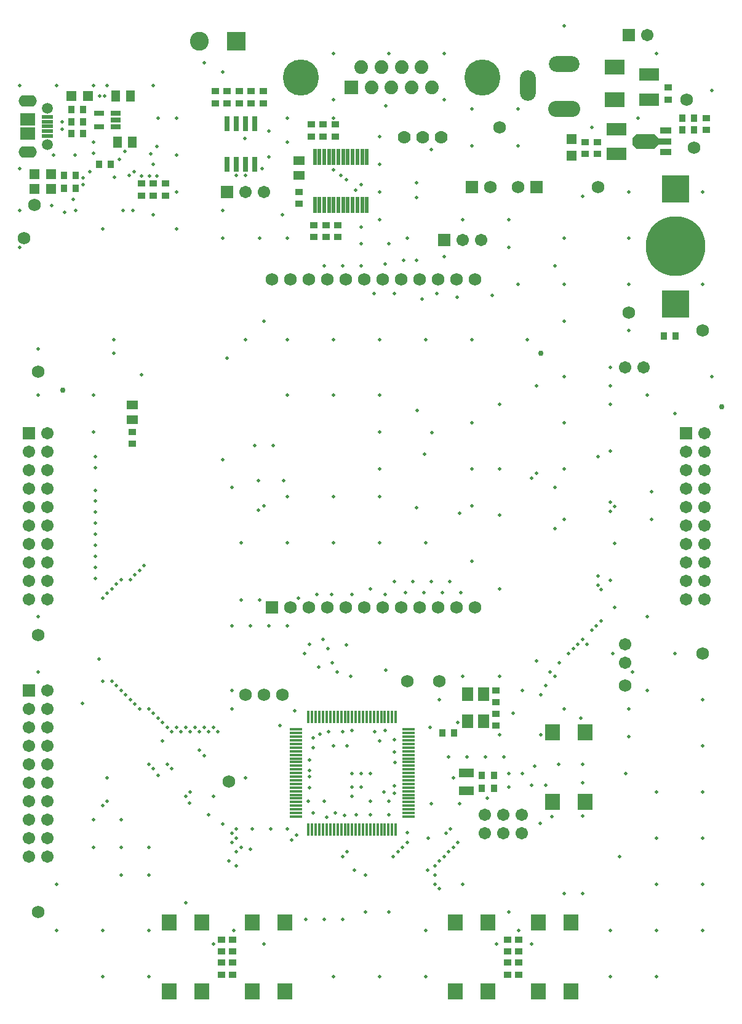
<source format=gts>
%FSLAX25Y25*%
%MOIN*%
G70*
G01*
G75*
G04 Layer_Color=8388736*
%ADD10R,0.10000X0.06000*%
%ADD11R,0.05500X0.04000*%
%ADD12R,0.05315X0.02756*%
%ADD13R,0.07087X0.02756*%
G04:AMPARAMS|DCode=14|XSize=74.8mil|YSize=129.92mil|CornerRadius=0mil|HoleSize=0mil|Usage=FLASHONLY|Rotation=90.000|XOffset=0mil|YOffset=0mil|HoleType=Round|Shape=Octagon|*
%AMOCTAGOND14*
4,1,8,-0.06496,-0.01870,-0.06496,0.01870,-0.04626,0.03740,0.04626,0.03740,0.06496,0.01870,0.06496,-0.01870,0.04626,-0.03740,-0.04626,-0.03740,-0.06496,-0.01870,0.0*
%
%ADD14OCTAGOND14*%

%ADD15R,0.03500X0.03000*%
%ADD16R,0.03000X0.03500*%
%ADD17R,0.04000X0.05500*%
%ADD18R,0.01000X0.06000*%
%ADD19R,0.06000X0.01000*%
%ADD20R,0.06000X0.01000*%
%ADD21R,0.01000X0.06000*%
%ADD22R,0.06000X0.01000*%
%ADD23R,0.01000X0.06000*%
%ADD24R,0.06000X0.01000*%
%ADD25R,0.01000X0.06000*%
%ADD26R,0.01000X0.06000*%
%ADD27R,0.06000X0.01000*%
%ADD28R,0.06000X0.01000*%
%ADD29R,0.01000X0.06000*%
%ADD30R,0.07480X0.04331*%
%ADD31R,0.07480X0.04331*%
G04:AMPARAMS|DCode=32|XSize=62.99mil|YSize=49.21mil|CornerRadius=0mil|HoleSize=0mil|Usage=FLASHONLY|Rotation=90.003|XOffset=0mil|YOffset=0mil|HoleType=Round|Shape=Rectangle|*
%AMROTATEDRECTD32*
4,1,4,0.02461,-0.03150,-0.02461,-0.03150,-0.02461,0.03150,0.02461,0.03150,0.02461,-0.03150,0.0*
%
%ADD32ROTATEDRECTD32*%

G04:AMPARAMS|DCode=33|XSize=62.99mil|YSize=49.21mil|CornerRadius=0mil|HoleSize=0mil|Usage=FLASHONLY|Rotation=90.003|XOffset=0mil|YOffset=0mil|HoleType=Round|Shape=Rectangle|*
%AMROTATEDRECTD33*
4,1,4,0.02461,-0.03150,-0.02461,-0.03150,-0.02461,0.03150,0.02461,0.03150,0.02461,-0.03150,0.0*
%
%ADD33ROTATEDRECTD33*%

G04:AMPARAMS|DCode=34|XSize=62.99mil|YSize=49.21mil|CornerRadius=0mil|HoleSize=0mil|Usage=FLASHONLY|Rotation=90.003|XOffset=0mil|YOffset=0mil|HoleType=Round|Shape=Rectangle|*
%AMROTATEDRECTD34*
4,1,4,0.02461,-0.03150,-0.02461,-0.03150,-0.02461,0.03150,0.02461,0.03150,0.02461,-0.03150,0.0*
%
%ADD34ROTATEDRECTD34*%

%ADD35R,0.02362X0.07284*%
%ADD36R,0.01496X0.07874*%
%ADD37R,0.01496X0.07874*%
%ADD38R,0.04724X0.02362*%
%ADD39R,0.07201X0.07874*%
%ADD40R,0.05000X0.05000*%
%ADD41R,0.05315X0.01575*%
%ADD42R,0.07087X0.05906*%
%ADD43R,0.05000X0.05000*%
%ADD44R,0.10000X0.07500*%
%ADD45R,0.13780X0.13780*%
%ADD46C,0.31496*%
%ADD47C,0.01500*%
%ADD48C,0.01000*%
%ADD49C,0.02000*%
%ADD50C,0.03000*%
%ADD51C,0.01200*%
%ADD52C,0.05906*%
%ADD53O,0.16535X0.07874*%
%ADD54O,0.15748X0.07874*%
%ADD55O,0.07874X0.15748*%
%ADD56C,0.06654*%
%ADD57R,0.06654X0.06654*%
%ADD58C,0.18740*%
%ADD59C,0.09449*%
%ADD60R,0.09449X0.09449*%
%ADD61R,0.05906X0.05906*%
%ADD62R,0.05906X0.05906*%
%ADD63C,0.06000*%
%ADD64C,0.06200*%
%ADD65R,0.06000X0.06000*%
%ADD66O,0.09055X0.05512*%
%ADD67C,0.05118*%
%ADD68C,0.02000*%
%ADD69C,0.03000*%
%ADD70R,0.11000X0.06000*%
%ADD71R,0.06000X0.11000*%
%ADD72R,0.01700X0.07100*%
%ADD73R,0.05000X0.08700*%
%ADD74R,0.05000X0.04000*%
%ADD75R,0.05000X0.03598*%
%ADD76C,0.10000*%
%ADD77C,0.00787*%
%ADD78C,0.00100*%
%ADD79C,0.00800*%
%ADD80C,0.01969*%
%ADD81C,0.01600*%
%ADD82C,0.00900*%
%ADD83C,0.00591*%
%ADD84C,0.00600*%
%ADD85R,0.05000X0.00400*%
%ADD86R,0.00400X0.05000*%
%ADD87R,0.10800X0.06800*%
%ADD88R,0.06300X0.04800*%
%ADD89R,0.06115X0.03556*%
%ADD90R,0.07887X0.03556*%
G04:AMPARAMS|DCode=91|XSize=82.8mil|YSize=137.92mil|CornerRadius=0mil|HoleSize=0mil|Usage=FLASHONLY|Rotation=90.000|XOffset=0mil|YOffset=0mil|HoleType=Round|Shape=Octagon|*
%AMOCTAGOND91*
4,1,8,-0.06896,-0.02070,-0.06896,0.02070,-0.04826,0.04140,0.04826,0.04140,0.06896,0.02070,0.06896,-0.02070,0.04826,-0.04140,-0.04826,-0.04140,-0.06896,-0.02070,0.0*
%
%ADD91OCTAGOND91*%

%ADD92R,0.04300X0.03800*%
%ADD93R,0.03800X0.04300*%
%ADD94R,0.04800X0.06300*%
%ADD95R,0.01800X0.06800*%
%ADD96R,0.06800X0.01800*%
%ADD97R,0.06800X0.01800*%
%ADD98R,0.01800X0.06800*%
%ADD99R,0.06800X0.01800*%
%ADD100R,0.01800X0.06800*%
%ADD101R,0.06800X0.01800*%
%ADD102R,0.01800X0.06800*%
%ADD103R,0.01800X0.06800*%
%ADD104R,0.06800X0.01800*%
%ADD105R,0.06800X0.01800*%
%ADD106R,0.01800X0.06800*%
%ADD107R,0.08280X0.05131*%
%ADD108R,0.08280X0.05131*%
G04:AMPARAMS|DCode=109|XSize=70.99mil|YSize=57.21mil|CornerRadius=0mil|HoleSize=0mil|Usage=FLASHONLY|Rotation=90.003|XOffset=0mil|YOffset=0mil|HoleType=Round|Shape=Rectangle|*
%AMROTATEDRECTD109*
4,1,4,0.02861,-0.03550,-0.02861,-0.03550,-0.02861,0.03550,0.02861,0.03550,0.02861,-0.03550,0.0*
%
%ADD109ROTATEDRECTD109*%

G04:AMPARAMS|DCode=110|XSize=70.99mil|YSize=57.21mil|CornerRadius=0mil|HoleSize=0mil|Usage=FLASHONLY|Rotation=90.003|XOffset=0mil|YOffset=0mil|HoleType=Round|Shape=Rectangle|*
%AMROTATEDRECTD110*
4,1,4,0.02861,-0.03550,-0.02861,-0.03550,-0.02861,0.03550,0.02861,0.03550,0.02861,-0.03550,0.0*
%
%ADD110ROTATEDRECTD110*%

G04:AMPARAMS|DCode=111|XSize=70.99mil|YSize=57.21mil|CornerRadius=0mil|HoleSize=0mil|Usage=FLASHONLY|Rotation=90.003|XOffset=0mil|YOffset=0mil|HoleType=Round|Shape=Rectangle|*
%AMROTATEDRECTD111*
4,1,4,0.02861,-0.03550,-0.02861,-0.03550,-0.02861,0.03550,0.02861,0.03550,0.02861,-0.03550,0.0*
%
%ADD111ROTATEDRECTD111*%

%ADD112R,0.03162X0.08083*%
%ADD113R,0.02296X0.08674*%
%ADD114R,0.02296X0.08674*%
%ADD115R,0.05524X0.03162*%
%ADD116R,0.08001X0.08674*%
%ADD117R,0.05800X0.05800*%
%ADD118R,0.06115X0.02375*%
%ADD119R,0.07887X0.06706*%
%ADD120R,0.05800X0.05800*%
%ADD121R,0.10800X0.08300*%
%ADD122R,0.14579X0.14579*%
%ADD123C,0.32296*%
%ADD124C,0.06706*%
%ADD125O,0.17335X0.08674*%
%ADD126O,0.16548X0.08674*%
%ADD127O,0.08674X0.16548*%
%ADD128C,0.07453*%
%ADD129R,0.07453X0.07453*%
%ADD130C,0.19540*%
%ADD131C,0.10249*%
%ADD132R,0.10249X0.10249*%
%ADD133R,0.06706X0.06706*%
%ADD134R,0.06706X0.06706*%
%ADD135C,0.06800*%
%ADD136C,0.07000*%
%ADD137R,0.06800X0.06800*%
%ADD138O,0.09855X0.06312*%
%ADD139C,0.05918*%
D68*
X345000Y-210000D02*
D03*
X300000Y-125000D02*
D03*
Y-225000D02*
D03*
X265000Y-215000D02*
D03*
X200000Y-250000D02*
D03*
Y-230000D02*
D03*
X142500Y-237500D02*
D03*
X132500D02*
D03*
X120000Y-260000D02*
D03*
X115000Y-245000D02*
D03*
X310000Y-480000D02*
D03*
X330000Y-460000D02*
D03*
X345000Y-370000D02*
D03*
X360000Y-350000D02*
D03*
X277500Y-415000D02*
D03*
X275500Y-500000D02*
D03*
X121000D02*
D03*
X300000Y-480000D02*
D03*
X333500Y-415000D02*
D03*
X295000Y-140000D02*
D03*
X327500Y-290500D02*
D03*
X320000Y-315500D02*
D03*
X318500Y-313000D02*
D03*
X325000Y-310500D02*
D03*
X318500Y-308000D02*
D03*
X325000Y-273000D02*
D03*
X327500Y-270500D02*
D03*
X325000Y-268000D02*
D03*
Y-240500D02*
D03*
X318500Y-243500D02*
D03*
X243500Y-274000D02*
D03*
X220000Y-271000D02*
D03*
X297500Y-355000D02*
D03*
X295000Y-362500D02*
D03*
X292500Y-360000D02*
D03*
X290000Y-367500D02*
D03*
X287500Y-372500D02*
D03*
X243500Y-431500D02*
D03*
X245000Y-475000D02*
D03*
X320000Y-332500D02*
D03*
X317500Y-335000D02*
D03*
X315000Y-337500D02*
D03*
X312500Y-345000D02*
D03*
X310000Y-342500D02*
D03*
X307500Y-345000D02*
D03*
X305000Y-347500D02*
D03*
X302500Y-350000D02*
D03*
X300000Y-380000D02*
D03*
X285000Y-252500D02*
D03*
X71000Y-199000D02*
D03*
X57500Y-312500D02*
D03*
X55000Y-315000D02*
D03*
X60000Y-310000D02*
D03*
X65000D02*
D03*
X50000Y-320000D02*
D03*
X57500Y-367500D02*
D03*
X118500Y-462500D02*
D03*
X152500Y-451000D02*
D03*
X130000Y-456000D02*
D03*
X125000Y-455000D02*
D03*
X122500Y-457500D02*
D03*
Y-465000D02*
D03*
X155000Y-448500D02*
D03*
X293500Y-438500D02*
D03*
X46000Y-243500D02*
D03*
X55000Y-365000D02*
D03*
X50000Y-432500D02*
D03*
X52500Y-430000D02*
D03*
Y-417500D02*
D03*
X232500Y-477500D02*
D03*
X287500Y-394000D02*
D03*
X265000D02*
D03*
X110000Y-507500D02*
D03*
X137500D02*
D03*
X205000Y-490000D02*
D03*
X192500D02*
D03*
X50000Y-365000D02*
D03*
X102500Y-402500D02*
D03*
X235000Y-460000D02*
D03*
X237500Y-457500D02*
D03*
X240000Y-455000D02*
D03*
X242500Y-452500D02*
D03*
X207500Y-460000D02*
D03*
X210000Y-457500D02*
D03*
X212500Y-455000D02*
D03*
X215000Y-452500D02*
D03*
X230000Y-465000D02*
D03*
X232500Y-462500D02*
D03*
X226000Y-467500D02*
D03*
X192500Y-470000D02*
D03*
X180000Y-460000D02*
D03*
X186500Y-467500D02*
D03*
X46000Y-249500D02*
D03*
Y-273500D02*
D03*
Y-279500D02*
D03*
Y-303500D02*
D03*
Y-291500D02*
D03*
Y-285500D02*
D03*
Y-297500D02*
D03*
Y-309500D02*
D03*
X52500Y-317500D02*
D03*
X46000Y-267500D02*
D03*
Y-261591D02*
D03*
X137500Y-270000D02*
D03*
X134500Y-272500D02*
D03*
X148000Y-256500D02*
D03*
X134500D02*
D03*
X182500Y-457500D02*
D03*
X171421Y-438579D02*
D03*
X122500Y-445000D02*
D03*
X120000Y-447500D02*
D03*
X122500Y-450000D02*
D03*
X120000Y-452500D02*
D03*
X115000Y-442500D02*
D03*
X112500Y-392500D02*
D03*
X107500Y-437500D02*
D03*
X105000Y-405500D02*
D03*
X110000Y-390000D02*
D03*
X107500Y-392500D02*
D03*
X105000Y-390000D02*
D03*
X102500Y-392500D02*
D03*
X100000Y-390000D02*
D03*
X97500Y-392500D02*
D03*
X95000Y-390000D02*
D03*
X110000Y-427500D02*
D03*
X97500Y-425000D02*
D03*
X95000Y-427500D02*
D03*
X92500Y-392500D02*
D03*
X90000Y-390000D02*
D03*
X80000Y-416000D02*
D03*
Y-385000D02*
D03*
X87500Y-392500D02*
D03*
X60000Y-370000D02*
D03*
X62500Y-372500D02*
D03*
X65000Y-375000D02*
D03*
X67500Y-377500D02*
D03*
X70000Y-380000D02*
D03*
X75000D02*
D03*
X77500Y-382500D02*
D03*
X85000Y-390000D02*
D03*
X82500Y-387500D02*
D03*
X87500Y-412500D02*
D03*
X85000Y-410000D02*
D03*
X82500Y-397500D02*
D03*
X75000Y-410000D02*
D03*
X77500Y-412500D02*
D03*
X127500Y-417500D02*
D03*
X226500Y-450000D02*
D03*
X228000Y-431500D02*
D03*
X236000Y-447500D02*
D03*
X238500Y-445000D02*
D03*
X175000Y-88000D02*
D03*
X187000Y-99000D02*
D03*
X190000Y-96000D02*
D03*
X122500Y-91000D02*
D03*
X182000Y-93500D02*
D03*
X179000Y-91000D02*
D03*
X136500Y-87500D02*
D03*
X127500Y-91000D02*
D03*
X162201Y-413224D02*
D03*
Y-416724D02*
D03*
Y-407724D02*
D03*
X167701Y-393724D02*
D03*
X162201Y-422724D02*
D03*
X181201Y-437724D02*
D03*
X208201Y-396724D02*
D03*
Y-403224D02*
D03*
Y-421724D02*
D03*
Y-425724D02*
D03*
X185201Y-391724D02*
D03*
X203201D02*
D03*
X164201Y-436224D02*
D03*
Y-395724D02*
D03*
X28000Y-62000D02*
D03*
Y-66000D02*
D03*
X48500Y-48000D02*
D03*
X51000D02*
D03*
X35500Y-110000D02*
D03*
X61000D02*
D03*
X56500Y-92000D02*
D03*
X39500Y-92500D02*
D03*
Y-96000D02*
D03*
X59000Y-82500D02*
D03*
X71000Y-91500D02*
D03*
X79500D02*
D03*
X75500D02*
D03*
X79500Y-75500D02*
D03*
X29500Y-111000D02*
D03*
X77500Y-112500D02*
D03*
Y-42500D02*
D03*
X80000Y-60000D02*
D03*
X90000D02*
D03*
Y-80000D02*
D03*
Y-100000D02*
D03*
Y-120000D02*
D03*
X5000Y-87500D02*
D03*
Y-110000D02*
D03*
Y-130000D02*
D03*
X50000Y-120000D02*
D03*
X67000Y-89000D02*
D03*
X64500Y-91000D02*
D03*
X76000Y-79500D02*
D03*
X77500Y-85000D02*
D03*
X5000Y-42500D02*
D03*
X25000D02*
D03*
X45000D02*
D03*
X52500D02*
D03*
X45000Y-73000D02*
D03*
Y-79000D02*
D03*
X22500Y-107500D02*
D03*
X34000Y-104000D02*
D03*
X43000Y-89000D02*
D03*
X62000Y-78000D02*
D03*
X175000Y-60000D02*
D03*
X203500Y-53500D02*
D03*
X35000Y-80000D02*
D03*
X23500D02*
D03*
X159500Y-350000D02*
D03*
X162000Y-345000D02*
D03*
X167000Y-357500D02*
D03*
X169500Y-342500D02*
D03*
X172000Y-347500D02*
D03*
X174500Y-355000D02*
D03*
X182000Y-345500D02*
D03*
X184500Y-362500D02*
D03*
X282500Y-255000D02*
D03*
X203500Y-359000D02*
D03*
X177000Y-360000D02*
D03*
X67500Y-307500D02*
D03*
X70000Y-305000D02*
D03*
X72500Y-302500D02*
D03*
X25000Y-475000D02*
D03*
Y-500000D02*
D03*
X50000D02*
D03*
Y-525000D02*
D03*
X75000D02*
D03*
Y-500000D02*
D03*
X175000Y-525000D02*
D03*
X200000D02*
D03*
X225000D02*
D03*
Y-500000D02*
D03*
X325000Y-525000D02*
D03*
Y-500000D02*
D03*
X350000D02*
D03*
X375000D02*
D03*
X350000Y-525000D02*
D03*
Y-475000D02*
D03*
X375000D02*
D03*
Y-450000D02*
D03*
X350000D02*
D03*
Y-425000D02*
D03*
X375000D02*
D03*
Y-400000D02*
D03*
Y-375000D02*
D03*
X45000Y-440000D02*
D03*
Y-455000D02*
D03*
X15000Y-330000D02*
D03*
Y-360000D02*
D03*
Y-185000D02*
D03*
Y-210000D02*
D03*
X45000D02*
D03*
Y-230000D02*
D03*
X105000Y-30000D02*
D03*
X115000Y-35000D02*
D03*
X175000Y-25000D02*
D03*
Y-50000D02*
D03*
X235000Y-25000D02*
D03*
Y-50000D02*
D03*
X205000Y-25000D02*
D03*
X250000Y-75000D02*
D03*
X275000D02*
D03*
X300000Y-10000D02*
D03*
X127500Y-180000D02*
D03*
X150000D02*
D03*
X175000D02*
D03*
X200000D02*
D03*
X225000D02*
D03*
X250000D02*
D03*
X150000Y-210000D02*
D03*
X175000D02*
D03*
X200000D02*
D03*
X150000Y-265000D02*
D03*
X175000D02*
D03*
X200000D02*
D03*
X125000Y-290000D02*
D03*
X150000D02*
D03*
X175000D02*
D03*
X200000D02*
D03*
X225000D02*
D03*
X250000Y-225000D02*
D03*
Y-250000D02*
D03*
Y-300000D02*
D03*
X265000Y-250000D02*
D03*
Y-275000D02*
D03*
X250000Y-270000D02*
D03*
X265000Y-315000D02*
D03*
X300000Y-250000D02*
D03*
X295000Y-260000D02*
D03*
X280000Y-180000D02*
D03*
X300000Y-200000D02*
D03*
X285000Y-205000D02*
D03*
X325000Y-195000D02*
D03*
Y-205000D02*
D03*
Y-215000D02*
D03*
X300000Y-150000D02*
D03*
Y-170000D02*
D03*
X170000Y-430000D02*
D03*
X176000Y-436500D02*
D03*
X202500Y-425000D02*
D03*
X195000Y-430000D02*
D03*
X187500Y-437500D02*
D03*
X205000Y-430000D02*
D03*
Y-437500D02*
D03*
X195000D02*
D03*
Y-415000D02*
D03*
X190000D02*
D03*
X185000D02*
D03*
Y-422500D02*
D03*
X190000D02*
D03*
X185000Y-427500D02*
D03*
X172500Y-392500D02*
D03*
X180000D02*
D03*
X175000Y-400000D02*
D03*
X182500D02*
D03*
X197500Y-392500D02*
D03*
X200000Y-397500D02*
D03*
X161500Y-430000D02*
D03*
X164000Y-401000D02*
D03*
X237500Y-406000D02*
D03*
X247500D02*
D03*
X257500D02*
D03*
X267500D02*
D03*
X240000Y-417500D02*
D03*
X270000Y-415000D02*
D03*
Y-422500D02*
D03*
X258500Y-428500D02*
D03*
X282500Y-421500D02*
D03*
X290000D02*
D03*
X284000Y-411000D02*
D03*
X272500Y-382500D02*
D03*
X277500Y-370000D02*
D03*
X285000Y-354000D02*
D03*
X265000Y-362500D02*
D03*
X245000D02*
D03*
X232500Y-375000D02*
D03*
X242500Y-387500D02*
D03*
X227500Y-390000D02*
D03*
X60000Y-440000D02*
D03*
X75000Y-455000D02*
D03*
Y-470000D02*
D03*
X60000Y-455000D02*
D03*
Y-470000D02*
D03*
X310000Y-410000D02*
D03*
Y-420000D02*
D03*
X350000Y-25000D02*
D03*
X380000Y-45000D02*
D03*
X340000Y-60000D02*
D03*
X315000Y-65000D02*
D03*
X275000Y-55000D02*
D03*
X250000D02*
D03*
X147500Y-112500D02*
D03*
X135000Y-125000D02*
D03*
X150000D02*
D03*
X200000Y-70000D02*
D03*
Y-85000D02*
D03*
Y-100000D02*
D03*
Y-115000D02*
D03*
X215000Y-125000D02*
D03*
X235000Y-135000D02*
D03*
X270000Y-115000D02*
D03*
Y-130000D02*
D03*
X245000Y-115000D02*
D03*
X310000Y-102500D02*
D03*
X335000Y-100000D02*
D03*
Y-125000D02*
D03*
Y-150000D02*
D03*
Y-175000D02*
D03*
X375000Y-150000D02*
D03*
Y-100000D02*
D03*
X380000Y-200000D02*
D03*
X360000Y-220000D02*
D03*
X300000Y-277500D02*
D03*
X295000Y-282500D02*
D03*
X347500Y-262500D02*
D03*
Y-277500D02*
D03*
X345000Y-330000D02*
D03*
X335000Y-380000D02*
D03*
Y-395000D02*
D03*
X327500Y-325000D02*
D03*
X326500Y-350000D02*
D03*
X337000Y-360000D02*
D03*
X309000Y-385000D02*
D03*
X297000Y-410000D02*
D03*
X310000Y-438000D02*
D03*
X287000Y-442000D02*
D03*
X160000Y-494000D02*
D03*
X170000D02*
D03*
X180000D02*
D03*
X95000Y-485000D02*
D03*
X150000Y-445000D02*
D03*
X141000D02*
D03*
X131000D02*
D03*
X97000Y-431000D02*
D03*
X120000Y-370000D02*
D03*
Y-380000D02*
D03*
X154000Y-381000D02*
D03*
X146000Y-389000D02*
D03*
X120000Y-335000D02*
D03*
X130000D02*
D03*
X140000D02*
D03*
X150000D02*
D03*
X125000Y-321000D02*
D03*
X156000Y-320000D02*
D03*
X166000Y-318000D02*
D03*
X174000D02*
D03*
X135000Y-321000D02*
D03*
X185000Y-318000D02*
D03*
X195000Y-315000D02*
D03*
X203000Y-318000D02*
D03*
X208000Y-311000D02*
D03*
X214000Y-317000D02*
D03*
X218000Y-311000D02*
D03*
X224000Y-317000D02*
D03*
X228000Y-311000D02*
D03*
X234000Y-317000D02*
D03*
X238000Y-311000D02*
D03*
X244000Y-317000D02*
D03*
X48000Y-353000D02*
D03*
X39000Y-377000D02*
D03*
X261000Y-156000D02*
D03*
X275000Y-150000D02*
D03*
X115000Y-110000D02*
D03*
Y-125000D02*
D03*
X140000Y-67000D02*
D03*
Y-81000D02*
D03*
X150000Y-60000D02*
D03*
Y-73000D02*
D03*
X127000Y-71000D02*
D03*
X228000Y-77000D02*
D03*
X220000Y-95000D02*
D03*
Y-103000D02*
D03*
X197000Y-155000D02*
D03*
X208000D02*
D03*
X223000Y-158000D02*
D03*
X231000Y-155000D02*
D03*
X242000Y-157000D02*
D03*
X213000Y-137000D02*
D03*
X220000D02*
D03*
X203000Y-139000D02*
D03*
X190000Y-140000D02*
D03*
X180000D02*
D03*
X170000D02*
D03*
X190000Y-128000D02*
D03*
X205000D02*
D03*
X190000Y-119000D02*
D03*
X215000Y-447000D02*
D03*
X56000Y-180000D02*
D03*
Y-187500D02*
D03*
X117500Y-190000D02*
D03*
X137500Y-170000D02*
D03*
X208500Y-409000D02*
D03*
X224500Y-242000D02*
D03*
X228500Y-230500D02*
D03*
X220500Y-218500D02*
D03*
X230000Y-470000D02*
D03*
Y-475000D02*
D03*
X270000Y-490000D02*
D03*
X282500Y-507500D02*
D03*
X263500D02*
D03*
X66500Y-110000D02*
D03*
D69*
X28500Y-207500D02*
D03*
X385500Y-216500D02*
D03*
X287500Y-187500D02*
D03*
D87*
X328500Y-66000D02*
D03*
Y-79500D02*
D03*
X346000Y-36500D02*
D03*
Y-50000D02*
D03*
D88*
X66000Y-215500D02*
D03*
Y-223500D02*
D03*
X156500Y-91000D02*
D03*
Y-83000D02*
D03*
D89*
X355000Y-66689D02*
D03*
Y-78500D02*
D03*
D90*
X354114Y-72594D02*
D03*
D91*
X344075Y-72594D02*
D03*
D92*
X66000Y-230000D02*
D03*
Y-236500D02*
D03*
X177500Y-124500D02*
D03*
Y-118000D02*
D03*
X124000Y-52000D02*
D03*
Y-45500D02*
D03*
X130500D02*
D03*
Y-52000D02*
D03*
X137000D02*
D03*
Y-45500D02*
D03*
X111000Y-52000D02*
D03*
Y-45500D02*
D03*
X84000Y-102000D02*
D03*
Y-95500D02*
D03*
X71000Y-102000D02*
D03*
Y-95500D02*
D03*
X77500Y-102000D02*
D03*
Y-95500D02*
D03*
X275500Y-504929D02*
D03*
Y-511429D02*
D03*
X269500Y-504929D02*
D03*
Y-511429D02*
D03*
X120500Y-504929D02*
D03*
Y-511429D02*
D03*
X114500Y-504929D02*
D03*
Y-511429D02*
D03*
X311500Y-79500D02*
D03*
Y-73000D02*
D03*
X163000Y-63500D02*
D03*
Y-70000D02*
D03*
X171000Y-118000D02*
D03*
Y-124500D02*
D03*
X169500Y-70000D02*
D03*
Y-63500D02*
D03*
X117500Y-45500D02*
D03*
Y-52000D02*
D03*
X176000Y-63500D02*
D03*
Y-70000D02*
D03*
X164500Y-124500D02*
D03*
Y-118000D02*
D03*
X156500Y-106500D02*
D03*
Y-100000D02*
D03*
X275500Y-517429D02*
D03*
Y-523929D02*
D03*
X269500Y-517429D02*
D03*
Y-523929D02*
D03*
X120500Y-517429D02*
D03*
Y-523929D02*
D03*
X114500Y-517429D02*
D03*
Y-523929D02*
D03*
X263000Y-370000D02*
D03*
Y-376500D02*
D03*
X318000Y-79500D02*
D03*
Y-73000D02*
D03*
X356500Y-50000D02*
D03*
Y-43500D02*
D03*
X263000Y-389055D02*
D03*
Y-382555D02*
D03*
X377000Y-66500D02*
D03*
Y-60000D02*
D03*
D93*
X48000Y-85000D02*
D03*
X54500D02*
D03*
X29000Y-91000D02*
D03*
X35500D02*
D03*
X29000Y-98000D02*
D03*
X35500D02*
D03*
X370500Y-66500D02*
D03*
X364000D02*
D03*
X240500Y-393000D02*
D03*
X234000D02*
D03*
X364000Y-60000D02*
D03*
X370500D02*
D03*
X33000Y-68500D02*
D03*
X39500D02*
D03*
X33000Y-62000D02*
D03*
X39500D02*
D03*
X33000Y-55500D02*
D03*
X39500D02*
D03*
X360500Y-178000D02*
D03*
X354000D02*
D03*
X255500Y-416000D02*
D03*
X262000D02*
D03*
X255500Y-423000D02*
D03*
X262000D02*
D03*
D94*
X58000Y-73000D02*
D03*
X66000D02*
D03*
X57000Y-48000D02*
D03*
X65000D02*
D03*
D95*
X208823Y-384193D02*
D03*
X183232Y-384192D02*
D03*
X181264Y-445256D02*
D03*
X185201Y-384192D02*
D03*
X163547Y-445256D02*
D03*
X191106Y-445256D02*
D03*
X185201D02*
D03*
X181264Y-384192D02*
D03*
X202918Y-384193D02*
D03*
X200949Y-384192D02*
D03*
X183232Y-445256D02*
D03*
X208823Y-445256D02*
D03*
X163547Y-384193D02*
D03*
X200949Y-445256D02*
D03*
X202918Y-445256D02*
D03*
X198981Y-384193D02*
D03*
X191106Y-384192D02*
D03*
X177327D02*
D03*
Y-445256D02*
D03*
D96*
X154669Y-436378D02*
D03*
X215733Y-424567D02*
D03*
Y-404881D02*
D03*
Y-395039D02*
D03*
X215733Y-414724D02*
D03*
X154669Y-393071D02*
D03*
X215733Y-410787D02*
D03*
X154669D02*
D03*
X154669Y-434410D02*
D03*
Y-397007D02*
D03*
Y-438346D02*
D03*
X154669Y-414724D02*
D03*
X154669Y-432441D02*
D03*
Y-428504D02*
D03*
Y-391102D02*
D03*
D97*
X215733Y-393071D02*
D03*
X154669Y-402914D02*
D03*
X215733Y-416693D02*
D03*
X154669Y-420630D02*
D03*
Y-416693D02*
D03*
X215733Y-420630D02*
D03*
Y-412756D02*
D03*
X154669Y-422598D02*
D03*
X215733D02*
D03*
X215733Y-400945D02*
D03*
X215733Y-408819D02*
D03*
Y-406850D02*
D03*
Y-430472D02*
D03*
X215733Y-436378D02*
D03*
Y-434410D02*
D03*
Y-438346D02*
D03*
Y-432441D02*
D03*
Y-391102D02*
D03*
X154669Y-430472D02*
D03*
X215733Y-397007D02*
D03*
Y-428504D02*
D03*
X215733Y-426535D02*
D03*
Y-398976D02*
D03*
X154669D02*
D03*
Y-412756D02*
D03*
Y-418661D02*
D03*
Y-426535D02*
D03*
Y-406850D02*
D03*
Y-408819D02*
D03*
D98*
X161579Y-384193D02*
D03*
X189138Y-384192D02*
D03*
X167484Y-384193D02*
D03*
X161579Y-445256D02*
D03*
X195044D02*
D03*
X171421D02*
D03*
X167484D02*
D03*
X206855Y-384193D02*
D03*
X197012Y-445256D02*
D03*
X195044Y-384193D02*
D03*
X197012Y-384192D02*
D03*
X204886Y-445256D02*
D03*
X175358Y-384193D02*
D03*
X171421D02*
D03*
X206855Y-445256D02*
D03*
X189138Y-445256D02*
D03*
X175358Y-445256D02*
D03*
D99*
X215733Y-418661D02*
D03*
D100*
X187170Y-384192D02*
D03*
X193075D02*
D03*
X179295D02*
D03*
X169453D02*
D03*
X165516Y-384193D02*
D03*
X193075Y-445256D02*
D03*
X187170D02*
D03*
X179295D02*
D03*
X169453D02*
D03*
X173390D02*
D03*
D101*
X154669Y-404881D02*
D03*
X215733Y-402914D02*
D03*
X154669Y-424567D02*
D03*
D102*
X198981Y-445256D02*
D03*
D103*
X204886Y-384193D02*
D03*
X165516Y-445256D02*
D03*
D104*
X154669Y-395039D02*
D03*
D105*
Y-400945D02*
D03*
D106*
X173390Y-384192D02*
D03*
D107*
X247000Y-414634D02*
D03*
D108*
Y-424476D02*
D03*
D109*
X247858Y-386704D02*
D03*
X247858Y-372137D02*
D03*
D110*
X256519Y-372137D02*
D03*
D111*
X256519Y-386704D02*
D03*
D112*
X117500Y-85000D02*
D03*
X122500Y-85000D02*
D03*
X127500D02*
D03*
X132500D02*
D03*
X117500Y-63150D02*
D03*
X122500D02*
D03*
X127500D02*
D03*
X132500D02*
D03*
D113*
X188031Y-81016D02*
D03*
X182913D02*
D03*
X193150D02*
D03*
D114*
X190591D02*
D03*
X167559D02*
D03*
X170118D02*
D03*
X172677D02*
D03*
X177795D02*
D03*
X180354D02*
D03*
X165000Y-107000D02*
D03*
Y-81016D02*
D03*
X185472D02*
D03*
X180354Y-107000D02*
D03*
X182913D02*
D03*
X188031D02*
D03*
X190591D02*
D03*
X177795D02*
D03*
X167559D02*
D03*
X175236Y-81016D02*
D03*
X193150Y-107000D02*
D03*
X185472D02*
D03*
X170118D02*
D03*
X172677D02*
D03*
X175236D02*
D03*
D115*
X47972Y-57260D02*
D03*
Y-64740D02*
D03*
X57028D02*
D03*
Y-57260D02*
D03*
Y-61000D02*
D03*
D116*
X286142Y-533130D02*
D03*
Y-495728D02*
D03*
X303858Y-533130D02*
D03*
Y-495728D02*
D03*
X258858Y-495728D02*
D03*
Y-533130D02*
D03*
X241142Y-495728D02*
D03*
Y-533130D02*
D03*
X131142Y-533130D02*
D03*
Y-495728D02*
D03*
X148858Y-533130D02*
D03*
Y-495728D02*
D03*
X103858Y-495728D02*
D03*
Y-533130D02*
D03*
X86142Y-495728D02*
D03*
Y-533130D02*
D03*
X311358Y-392799D02*
D03*
Y-430201D02*
D03*
X293642Y-392799D02*
D03*
Y-430201D02*
D03*
D117*
X42000Y-48000D02*
D03*
X33000D02*
D03*
X13000Y-90500D02*
D03*
X22000D02*
D03*
X13000Y-98500D02*
D03*
X22000D02*
D03*
D118*
X20055Y-64500D02*
D03*
Y-69618D02*
D03*
Y-59382D02*
D03*
Y-61941D02*
D03*
Y-67059D02*
D03*
D119*
X9425Y-68437D02*
D03*
Y-60563D02*
D03*
D120*
X304000Y-71500D02*
D03*
Y-80500D02*
D03*
D121*
X327500Y-32500D02*
D03*
Y-50000D02*
D03*
D122*
X360500Y-98398D02*
D03*
Y-160602D02*
D03*
D123*
Y-129500D02*
D03*
D124*
X333000Y-345000D02*
D03*
Y-355000D02*
D03*
Y-195000D02*
D03*
X343000D02*
D03*
X20000Y-320590D02*
D03*
X10000D02*
D03*
X20000Y-310591D02*
D03*
X10000D02*
D03*
X20000Y-300590D02*
D03*
X10000D02*
D03*
X20000Y-290591D02*
D03*
X10000D02*
D03*
X20000Y-280591D02*
D03*
X10000D02*
D03*
X20000Y-270590D02*
D03*
X10000D02*
D03*
X20000Y-260591D02*
D03*
X10000D02*
D03*
X20000Y-250590D02*
D03*
X10000D02*
D03*
X20000Y-240591D02*
D03*
X10000D02*
D03*
X20000Y-230591D02*
D03*
X376142Y-320590D02*
D03*
X366142D02*
D03*
X376142Y-310591D02*
D03*
X366142D02*
D03*
X376142Y-300590D02*
D03*
X366142D02*
D03*
X376142Y-290591D02*
D03*
X366142D02*
D03*
X376142Y-280591D02*
D03*
X366142D02*
D03*
X376142Y-270590D02*
D03*
X366142D02*
D03*
X376142Y-260591D02*
D03*
X366142D02*
D03*
X376142Y-250590D02*
D03*
X366142D02*
D03*
X376142Y-240591D02*
D03*
X366142D02*
D03*
X376142Y-230591D02*
D03*
X20000Y-460000D02*
D03*
X10000D02*
D03*
X20000Y-450000D02*
D03*
X10000D02*
D03*
X20000Y-440000D02*
D03*
X10000D02*
D03*
X20000Y-430000D02*
D03*
X10000D02*
D03*
X20000Y-420000D02*
D03*
X10000D02*
D03*
X20000Y-410000D02*
D03*
X10000D02*
D03*
X20000Y-400000D02*
D03*
X10000D02*
D03*
X20000Y-390000D02*
D03*
X10000D02*
D03*
X20000Y-380000D02*
D03*
X10000D02*
D03*
X20000Y-370000D02*
D03*
X137500Y-100000D02*
D03*
X127500D02*
D03*
X255000Y-126000D02*
D03*
X245000D02*
D03*
X267000Y-447500D02*
D03*
Y-437500D02*
D03*
X277000Y-447500D02*
D03*
Y-437500D02*
D03*
X257000D02*
D03*
Y-447500D02*
D03*
X345000Y-15000D02*
D03*
D125*
X300000Y-54937D02*
D03*
D126*
Y-30528D02*
D03*
D127*
X280315Y-42339D02*
D03*
D128*
X228311Y-43492D02*
D03*
X222858Y-32311D02*
D03*
X217406Y-43492D02*
D03*
X211953Y-32311D02*
D03*
X206500Y-43492D02*
D03*
X201047Y-32311D02*
D03*
X195595Y-43492D02*
D03*
X190142Y-32311D02*
D03*
D129*
X184689Y-43492D02*
D03*
D130*
X157307Y-37902D02*
D03*
X255693D02*
D03*
D131*
X102500Y-18500D02*
D03*
D132*
X122500D02*
D03*
D133*
X10000Y-230591D02*
D03*
X366142D02*
D03*
X10000Y-370000D02*
D03*
D134*
X117500Y-100000D02*
D03*
X235000Y-126000D02*
D03*
X335000Y-15000D02*
D03*
D135*
X375000Y-175000D02*
D03*
X15000Y-340000D02*
D03*
X232500Y-365000D02*
D03*
X375000Y-350000D02*
D03*
X15000Y-490000D02*
D03*
Y-197500D02*
D03*
X265000Y-65000D02*
D03*
X13000Y-107000D02*
D03*
X127500Y-372500D02*
D03*
X215000Y-365000D02*
D03*
X335000Y-165500D02*
D03*
X147500Y-372500D02*
D03*
X137500D02*
D03*
X118500Y-419500D02*
D03*
X370500Y-76000D02*
D03*
X333000Y-367500D02*
D03*
X318500Y-97500D02*
D03*
X366500Y-50000D02*
D03*
X7500Y-125000D02*
D03*
X260000Y-97500D02*
D03*
X201850Y-324941D02*
D03*
X151850Y-147500D02*
D03*
X161850D02*
D03*
X141850D02*
D03*
X171850D02*
D03*
X181850D02*
D03*
X191850D02*
D03*
X211850D02*
D03*
X221850D02*
D03*
X231850D02*
D03*
X201850D02*
D03*
X241850D02*
D03*
X251850D02*
D03*
Y-324941D02*
D03*
X241850D02*
D03*
X231850D02*
D03*
X221850D02*
D03*
X211850D02*
D03*
X191850D02*
D03*
X181850D02*
D03*
X171850D02*
D03*
X161850D02*
D03*
X151850D02*
D03*
X275000Y-97500D02*
D03*
D136*
X223500Y-70500D02*
D03*
X233500D02*
D03*
X213500D02*
D03*
D137*
X250000Y-97500D02*
D03*
X141850Y-324941D02*
D03*
X285000Y-97500D02*
D03*
D138*
X9425Y-78280D02*
D03*
Y-50721D02*
D03*
D139*
X20055Y-74343D02*
D03*
Y-54658D02*
D03*
M02*

</source>
